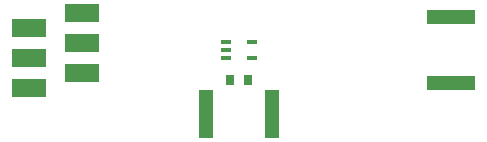
<source format=gtp>
G04*
G04 #@! TF.GenerationSoftware,Altium Limited,Altium Designer,20.1.14 (287)*
G04*
G04 Layer_Color=7318015*
%FSLAX43Y43*%
%MOMM*%
G71*
G04*
G04 #@! TF.SameCoordinates,8E6D0AED-6584-4932-AFB8-F401DEA6884B*
G04*
G04*
G04 #@! TF.FilePolarity,Positive*
G04*
G01*
G75*
%ADD14R,4.100X1.250*%
%ADD15R,1.250X4.100*%
%ADD16R,3.000X1.500*%
%ADD17R,0.850X0.400*%
%ADD18R,0.700X0.900*%
D14*
X17950Y2775D02*
D03*
Y-2775D02*
D03*
D15*
X2775Y-5450D02*
D03*
X-2775D02*
D03*
D16*
X-13250Y-1905D02*
D03*
X-17750Y-3175D02*
D03*
Y-635D02*
D03*
Y1905D02*
D03*
X-13250Y635D02*
D03*
Y3175D02*
D03*
D17*
X-1125Y650D02*
D03*
Y0D02*
D03*
Y-650D02*
D03*
X1125D02*
D03*
Y650D02*
D03*
D18*
X-750Y-2500D02*
D03*
X750D02*
D03*
M02*

</source>
